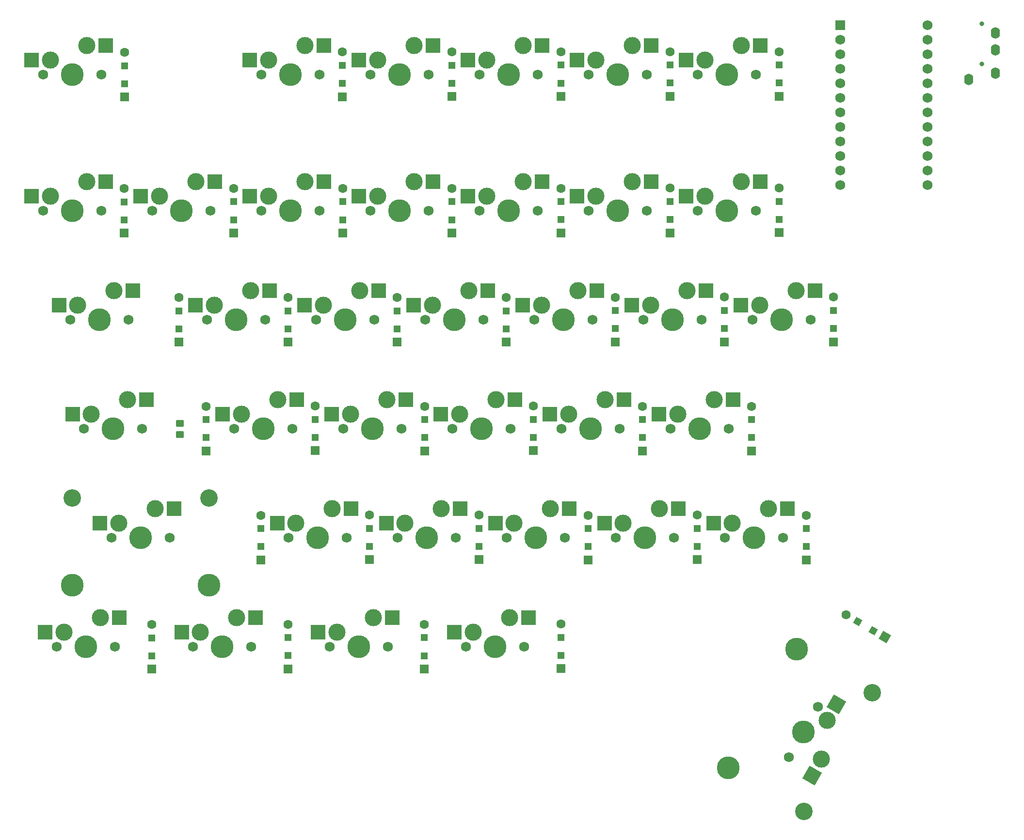
<source format=gbr>
G04 #@! TF.GenerationSoftware,KiCad,Pcbnew,7.0.9*
G04 #@! TF.CreationDate,2023-12-20T02:37:33-06:00*
G04 #@! TF.ProjectId,keyboard,6b657962-6f61-4726-942e-6b696361645f,rev?*
G04 #@! TF.SameCoordinates,Original*
G04 #@! TF.FileFunction,Soldermask,Bot*
G04 #@! TF.FilePolarity,Negative*
%FSLAX46Y46*%
G04 Gerber Fmt 4.6, Leading zero omitted, Abs format (unit mm)*
G04 Created by KiCad (PCBNEW 7.0.9) date 2023-12-20 02:37:33*
%MOMM*%
%LPD*%
G01*
G04 APERTURE LIST*
G04 Aperture macros list*
%AMRoundRect*
0 Rectangle with rounded corners*
0 $1 Rounding radius*
0 $2 $3 $4 $5 $6 $7 $8 $9 X,Y pos of 4 corners*
0 Add a 4 corners polygon primitive as box body*
4,1,4,$2,$3,$4,$5,$6,$7,$8,$9,$2,$3,0*
0 Add four circle primitives for the rounded corners*
1,1,$1+$1,$2,$3*
1,1,$1+$1,$4,$5*
1,1,$1+$1,$6,$7*
1,1,$1+$1,$8,$9*
0 Add four rect primitives between the rounded corners*
20,1,$1+$1,$2,$3,$4,$5,0*
20,1,$1+$1,$4,$5,$6,$7,0*
20,1,$1+$1,$6,$7,$8,$9,0*
20,1,$1+$1,$8,$9,$2,$3,0*%
%AMRotRect*
0 Rectangle, with rotation*
0 The origin of the aperture is its center*
0 $1 length*
0 $2 width*
0 $3 Rotation angle, in degrees counterclockwise*
0 Add horizontal line*
21,1,$1,$2,0,0,$3*%
G04 Aperture macros list end*
%ADD10C,1.750000*%
%ADD11C,3.000000*%
%ADD12C,3.987800*%
%ADD13R,2.550000X2.500000*%
%ADD14C,3.048000*%
%ADD15RotRect,2.550000X2.500000X240.000000*%
%ADD16C,0.800000*%
%ADD17O,1.600000X2.000000*%
%ADD18R,1.752600X1.752600*%
%ADD19C,1.752600*%
%ADD20R,1.600000X1.600000*%
%ADD21R,1.200000X1.200000*%
%ADD22C,1.600000*%
%ADD23RoundRect,0.250000X0.450000X-0.350000X0.450000X0.350000X-0.450000X0.350000X-0.450000X-0.350000X0*%
%ADD24RotRect,1.600000X1.600000X150.000000*%
%ADD25RotRect,1.200000X1.200000X150.000000*%
G04 APERTURE END LIST*
D10*
X114939571Y-123700000D03*
D11*
X116209571Y-121160000D03*
D12*
X120019571Y-123700000D03*
D11*
X122559571Y-118620000D03*
D10*
X125099571Y-123700000D03*
D13*
X112934571Y-121160000D03*
X125861571Y-118620000D03*
D10*
X176852071Y-85600000D03*
D11*
X178122071Y-83060000D03*
D12*
X181932071Y-85600000D03*
D11*
X184472071Y-80520000D03*
D10*
X187012071Y-85600000D03*
D13*
X174847071Y-83060000D03*
X187774071Y-80520000D03*
D10*
X143514571Y-104650000D03*
D11*
X144784571Y-102110000D03*
D12*
X148594571Y-104650000D03*
D11*
X151134571Y-99570000D03*
D10*
X153674571Y-104650000D03*
D13*
X141509571Y-102110000D03*
X154436571Y-99570000D03*
D10*
X60170821Y-104650000D03*
D11*
X61440821Y-102110000D03*
D12*
X65250821Y-104650000D03*
D11*
X67790821Y-99570000D03*
D10*
X70330821Y-104650000D03*
D13*
X58165821Y-102110000D03*
X71092821Y-99570000D03*
D10*
X167327071Y-42737500D03*
D11*
X168597071Y-40197500D03*
D12*
X172407071Y-42737500D03*
D11*
X174947071Y-37657500D03*
D10*
X177487071Y-42737500D03*
D13*
X165322071Y-40197500D03*
X178249071Y-37657500D03*
D10*
X53027071Y-42737500D03*
D11*
X54297071Y-40197500D03*
D12*
X58107071Y-42737500D03*
D11*
X60647071Y-37657500D03*
D10*
X63187071Y-42737500D03*
D13*
X51022071Y-40197500D03*
X63949071Y-37657500D03*
D10*
X172089571Y-123700000D03*
D11*
X173359571Y-121160000D03*
D12*
X177169571Y-123700000D03*
D11*
X179709571Y-118620000D03*
D10*
X182249571Y-123700000D03*
D13*
X170084571Y-121160000D03*
X183011571Y-118620000D03*
D10*
X119702071Y-85600000D03*
D11*
X120972071Y-83060000D03*
D12*
X124782071Y-85600000D03*
D11*
X127322071Y-80520000D03*
D10*
X129862071Y-85600000D03*
D13*
X117697071Y-83060000D03*
X130624071Y-80520000D03*
D10*
X157802071Y-85600000D03*
D11*
X159072071Y-83060000D03*
D12*
X162882071Y-85600000D03*
D11*
X165422071Y-80520000D03*
D10*
X167962071Y-85600000D03*
D13*
X155797071Y-83060000D03*
X168724071Y-80520000D03*
D14*
X197830147Y-150815000D03*
D12*
X184631920Y-143195000D03*
D10*
X188351960Y-153261702D03*
D11*
X189916665Y-155631554D03*
D12*
X185811960Y-157661111D03*
D11*
X188941369Y-162400816D03*
D10*
X183271960Y-162060520D03*
D14*
X185892147Y-171492222D03*
D12*
X172693920Y-163872222D03*
D15*
X191554165Y-152795321D03*
X187290369Y-165260431D03*
D10*
X57789571Y-85600000D03*
D11*
X59059571Y-83060000D03*
D12*
X62869571Y-85600000D03*
D11*
X65409571Y-80520000D03*
D10*
X67949571Y-85600000D03*
D13*
X55784571Y-83060000D03*
X68711571Y-80520000D03*
D10*
X124464571Y-104650000D03*
D11*
X125734571Y-102110000D03*
D12*
X129544571Y-104650000D03*
D11*
X132084571Y-99570000D03*
D10*
X134624571Y-104650000D03*
D13*
X122459571Y-102110000D03*
X135386571Y-99570000D03*
D10*
X91127071Y-66550000D03*
D11*
X92397071Y-64010000D03*
D12*
X96207071Y-66550000D03*
D11*
X98747071Y-61470000D03*
D10*
X101287071Y-66550000D03*
D13*
X89122071Y-64010000D03*
X102049071Y-61470000D03*
D16*
X216970000Y-33850000D03*
X216970000Y-40850000D03*
D17*
X214670000Y-43550000D03*
X219270000Y-42450000D03*
X219270000Y-38450000D03*
X219270000Y-35450000D03*
D10*
X167327071Y-66550000D03*
D11*
X168597071Y-64010000D03*
D12*
X172407071Y-66550000D03*
D11*
X174947071Y-61470000D03*
D10*
X177487071Y-66550000D03*
D13*
X165322071Y-64010000D03*
X178249071Y-61470000D03*
D10*
X148277071Y-42737500D03*
D11*
X149547071Y-40197500D03*
D12*
X153357071Y-42737500D03*
D11*
X155897071Y-37657500D03*
D10*
X158437071Y-42737500D03*
D13*
X146272071Y-40197500D03*
X159199071Y-37657500D03*
D10*
X162564571Y-104650000D03*
D11*
X163834571Y-102110000D03*
D12*
X167644571Y-104650000D03*
D11*
X170184571Y-99570000D03*
D10*
X172724571Y-104650000D03*
D13*
X160559571Y-102110000D03*
X173486571Y-99570000D03*
D10*
X91127071Y-42737500D03*
D11*
X92397071Y-40197500D03*
D12*
X96207071Y-42737500D03*
D11*
X98747071Y-37657500D03*
D10*
X101287071Y-42737500D03*
D13*
X89122071Y-40197500D03*
X102049071Y-37657500D03*
D10*
X105414571Y-104650000D03*
D11*
X106684571Y-102110000D03*
D12*
X110494571Y-104650000D03*
D11*
X113034571Y-99570000D03*
D10*
X115574571Y-104650000D03*
D13*
X103409571Y-102110000D03*
X116336571Y-99570000D03*
D14*
X58075321Y-116715000D03*
D12*
X58075321Y-131955000D03*
D10*
X64933321Y-123700000D03*
D11*
X66203321Y-121160000D03*
D12*
X70013321Y-123700000D03*
D11*
X72553321Y-118620000D03*
D10*
X75093321Y-123700000D03*
D14*
X81951321Y-116715000D03*
D12*
X81951321Y-131955000D03*
D13*
X62928321Y-121160000D03*
X75855321Y-118620000D03*
D10*
X138752071Y-85600000D03*
D11*
X140022071Y-83060000D03*
D12*
X143832071Y-85600000D03*
D11*
X146372071Y-80520000D03*
D10*
X148912071Y-85600000D03*
D13*
X136747071Y-83060000D03*
X149674071Y-80520000D03*
D10*
X103033321Y-142750000D03*
D11*
X104303321Y-140210000D03*
D12*
X108113321Y-142750000D03*
D11*
X110653321Y-137670000D03*
D10*
X113193321Y-142750000D03*
D13*
X101028321Y-140210000D03*
X113955321Y-137670000D03*
D18*
X192220000Y-34080000D03*
D19*
X192220000Y-36620000D03*
X192220000Y-39160000D03*
X192220000Y-41700000D03*
X192220000Y-44240000D03*
X192220000Y-46780000D03*
X192220000Y-49320000D03*
X192220000Y-51860000D03*
X192220000Y-54400000D03*
X192220000Y-56940000D03*
X192220000Y-59480000D03*
X192220000Y-62020000D03*
X207460000Y-62020000D03*
X207460000Y-59480000D03*
X207460000Y-56940000D03*
X207460000Y-54400000D03*
X207460000Y-51860000D03*
X207460000Y-49320000D03*
X207460000Y-46780000D03*
X207460000Y-44240000D03*
X207460000Y-41700000D03*
X207460000Y-39160000D03*
X207460000Y-36620000D03*
X207460000Y-34080000D03*
D10*
X129227071Y-42737500D03*
D11*
X130497071Y-40197500D03*
D12*
X134307071Y-42737500D03*
D11*
X136847071Y-37657500D03*
D10*
X139387071Y-42737500D03*
D13*
X127222071Y-40197500D03*
X140149071Y-37657500D03*
D10*
X86364571Y-104650000D03*
D11*
X87634571Y-102110000D03*
D12*
X91444571Y-104650000D03*
D11*
X93984571Y-99570000D03*
D10*
X96524571Y-104650000D03*
D13*
X84359571Y-102110000D03*
X97286571Y-99570000D03*
D10*
X100652071Y-85600000D03*
D11*
X101922071Y-83060000D03*
D12*
X105732071Y-85600000D03*
D11*
X108272071Y-80520000D03*
D10*
X110812071Y-85600000D03*
D13*
X98647071Y-83060000D03*
X111574071Y-80520000D03*
D10*
X133989571Y-123700000D03*
D11*
X135259571Y-121160000D03*
D12*
X139069571Y-123700000D03*
D11*
X141609571Y-118620000D03*
D10*
X144149571Y-123700000D03*
D13*
X131984571Y-121160000D03*
X144911571Y-118620000D03*
D10*
X53027071Y-66550000D03*
D11*
X54297071Y-64010000D03*
D12*
X58107071Y-66550000D03*
D11*
X60647071Y-61470000D03*
D10*
X63187071Y-66550000D03*
D13*
X51022071Y-64010000D03*
X63949071Y-61470000D03*
D10*
X129227071Y-66550000D03*
D11*
X130497071Y-64010000D03*
D12*
X134307071Y-66550000D03*
D11*
X136847071Y-61470000D03*
D10*
X139387071Y-66550000D03*
D13*
X127222071Y-64010000D03*
X140149071Y-61470000D03*
D10*
X79220821Y-142750000D03*
D11*
X80490821Y-140210000D03*
D12*
X84300821Y-142750000D03*
D11*
X86840821Y-137670000D03*
D10*
X89380821Y-142750000D03*
D13*
X77215821Y-140210000D03*
X90142821Y-137670000D03*
D10*
X81602071Y-85600000D03*
D11*
X82872071Y-83060000D03*
D12*
X86682071Y-85600000D03*
D11*
X89222071Y-80520000D03*
D10*
X91762071Y-85600000D03*
D13*
X79597071Y-83060000D03*
X92524071Y-80520000D03*
D10*
X126845821Y-142750000D03*
D11*
X128115821Y-140210000D03*
D12*
X131925821Y-142750000D03*
D11*
X134465821Y-137670000D03*
D10*
X137005821Y-142750000D03*
D13*
X124840821Y-140210000D03*
X137767821Y-137670000D03*
D10*
X153039571Y-123700000D03*
D11*
X154309571Y-121160000D03*
D12*
X158119571Y-123700000D03*
D11*
X160659571Y-118620000D03*
D10*
X163199571Y-123700000D03*
D13*
X151034571Y-121160000D03*
X163961571Y-118620000D03*
D10*
X55408321Y-142750000D03*
D11*
X56678321Y-140210000D03*
D12*
X60488321Y-142750000D03*
D11*
X63028321Y-137670000D03*
D10*
X65568321Y-142750000D03*
D13*
X53403321Y-140210000D03*
X66330321Y-137670000D03*
D10*
X148277071Y-66550000D03*
D11*
X149547071Y-64010000D03*
D12*
X153357071Y-66550000D03*
D11*
X155897071Y-61470000D03*
D10*
X158437071Y-66550000D03*
D13*
X146272071Y-64010000D03*
X159199071Y-61470000D03*
D10*
X95889571Y-123700000D03*
D11*
X97159571Y-121160000D03*
D12*
X100969571Y-123700000D03*
D11*
X103509571Y-118620000D03*
D10*
X106049571Y-123700000D03*
D13*
X93884571Y-121160000D03*
X106811571Y-118620000D03*
D10*
X110177071Y-42737500D03*
D11*
X111447071Y-40197500D03*
D12*
X115257071Y-42737500D03*
D11*
X117797071Y-37657500D03*
D10*
X120337071Y-42737500D03*
D13*
X108172071Y-40197500D03*
X121099071Y-37657500D03*
D10*
X110177071Y-66550000D03*
D11*
X111447071Y-64010000D03*
D12*
X115257071Y-66550000D03*
D11*
X117797071Y-61470000D03*
D10*
X120337071Y-66550000D03*
D13*
X108172071Y-64010000D03*
X121099071Y-61470000D03*
D10*
X72077071Y-66550000D03*
D11*
X73347071Y-64010000D03*
D12*
X77157071Y-66550000D03*
D11*
X79697071Y-61470000D03*
D10*
X82237071Y-66550000D03*
D13*
X70072071Y-64010000D03*
X82999071Y-61470000D03*
D20*
X157687500Y-108500000D03*
D21*
X157687500Y-106175000D03*
X157687500Y-103025000D03*
D22*
X157687500Y-100700000D03*
D20*
X162490000Y-46520000D03*
D21*
X162490000Y-44195000D03*
X162490000Y-41045000D03*
D22*
X162490000Y-38720000D03*
D20*
X105320000Y-70429998D03*
D21*
X105320000Y-68104998D03*
X105320000Y-64954998D03*
D22*
X105320000Y-62629998D03*
D20*
X95805000Y-146600000D03*
D21*
X95805000Y-144275000D03*
X95805000Y-141125000D03*
D22*
X95805000Y-138800000D03*
D20*
X91017500Y-127565000D03*
D21*
X91017500Y-125240000D03*
X91017500Y-122090000D03*
D22*
X91017500Y-119765000D03*
D20*
X143440000Y-46550000D03*
D21*
X143440000Y-44225000D03*
X143440000Y-41075000D03*
D22*
X143440000Y-38750000D03*
D20*
X81477500Y-108495000D03*
D21*
X81477500Y-106170000D03*
X81477500Y-103020000D03*
D22*
X81477500Y-100695000D03*
D20*
X181550000Y-70370000D03*
D21*
X181550000Y-68045000D03*
X181550000Y-64895000D03*
D22*
X181550000Y-62570000D03*
D20*
X110030000Y-127530000D03*
D21*
X110030000Y-125205000D03*
X110030000Y-122055000D03*
D22*
X110030000Y-119730000D03*
D23*
X76900000Y-105680000D03*
X76900000Y-103680000D03*
D20*
X143410000Y-146570000D03*
D21*
X143410000Y-144245000D03*
X143410000Y-141095000D03*
D22*
X143410000Y-138770000D03*
D20*
X67230000Y-46650000D03*
D21*
X67230000Y-44325000D03*
X67230000Y-41175000D03*
D22*
X67230000Y-38850000D03*
D20*
X67177500Y-70452500D03*
D21*
X67177500Y-68127500D03*
X67177500Y-64977500D03*
D22*
X67177500Y-62652500D03*
D20*
X129170000Y-127530000D03*
D21*
X129170000Y-125205000D03*
X129170000Y-122055000D03*
D22*
X129170000Y-119730000D03*
D20*
X191040000Y-89440000D03*
D21*
X191040000Y-87115000D03*
X191040000Y-83965000D03*
D22*
X191040000Y-81640000D03*
D20*
X119625000Y-108520000D03*
D21*
X119625000Y-106195000D03*
X119625000Y-103045000D03*
D22*
X119625000Y-100720000D03*
D20*
X119602500Y-146625000D03*
D21*
X119602500Y-144300000D03*
X119602500Y-141150000D03*
D22*
X119602500Y-138825000D03*
D20*
X100560000Y-108480000D03*
D21*
X100560000Y-106155000D03*
X100560000Y-103005000D03*
D22*
X100560000Y-100680000D03*
D20*
X124360000Y-46580000D03*
D21*
X124360000Y-44255000D03*
X124360000Y-41105000D03*
D22*
X124360000Y-38780000D03*
D20*
X133900000Y-89510000D03*
D21*
X133900000Y-87185000D03*
X133900000Y-84035000D03*
D22*
X133900000Y-81710000D03*
D24*
X199967499Y-141070000D03*
D25*
X197953990Y-139907500D03*
X195226010Y-138332500D03*
D22*
X193212501Y-137170000D03*
D20*
X162480000Y-70390000D03*
D21*
X162480000Y-68065000D03*
X162480000Y-64915000D03*
D22*
X162480000Y-62590000D03*
D20*
X172010000Y-89440000D03*
D21*
X172010000Y-87115000D03*
X172010000Y-83965000D03*
D22*
X172010000Y-81640000D03*
D20*
X105300000Y-46600000D03*
D21*
X105300000Y-44275000D03*
X105300000Y-41125000D03*
D22*
X105300000Y-38800000D03*
D20*
X95770000Y-89500000D03*
D21*
X95770000Y-87175000D03*
X95770000Y-84025000D03*
D22*
X95770000Y-81700000D03*
D20*
X148215000Y-127565000D03*
D21*
X148215000Y-125240000D03*
X148215000Y-122090000D03*
D22*
X148215000Y-119765000D03*
D20*
X71960000Y-146640000D03*
D21*
X71960000Y-144315000D03*
X71960000Y-141165000D03*
D22*
X71960000Y-138840000D03*
D20*
X138642500Y-108465000D03*
D21*
X138642500Y-106140000D03*
X138642500Y-102990000D03*
D22*
X138642500Y-100665000D03*
D20*
X76735000Y-89500000D03*
D21*
X76735000Y-87175000D03*
X76735000Y-84025000D03*
D22*
X76735000Y-81700000D03*
D20*
X176750000Y-108500000D03*
D21*
X176750000Y-106175000D03*
X176750000Y-103025000D03*
D22*
X176750000Y-100700000D03*
D20*
X167242500Y-127530000D03*
D21*
X167242500Y-125205000D03*
X167242500Y-122055000D03*
D22*
X167242500Y-119730000D03*
D20*
X124380000Y-70430000D03*
D21*
X124380000Y-68105000D03*
X124380000Y-64955000D03*
D22*
X124380000Y-62630000D03*
D20*
X114830000Y-89500000D03*
D21*
X114830000Y-87175000D03*
X114830000Y-84025000D03*
D22*
X114830000Y-81700000D03*
D20*
X152972500Y-89465000D03*
D21*
X152972500Y-87140000D03*
X152972500Y-83990000D03*
D22*
X152972500Y-81665000D03*
D20*
X143450000Y-70410000D03*
D21*
X143450000Y-68085000D03*
X143450000Y-64935000D03*
D22*
X143450000Y-62610000D03*
D20*
X181510000Y-46520000D03*
D21*
X181510000Y-44195000D03*
X181510000Y-41045000D03*
D22*
X181510000Y-38720000D03*
D20*
X186270000Y-127550000D03*
D21*
X186270000Y-125225000D03*
X186270000Y-122075000D03*
D22*
X186270000Y-119750000D03*
D20*
X86260000Y-70430000D03*
D21*
X86260000Y-68105000D03*
X86260000Y-64955000D03*
D22*
X86260000Y-62630000D03*
M02*

</source>
